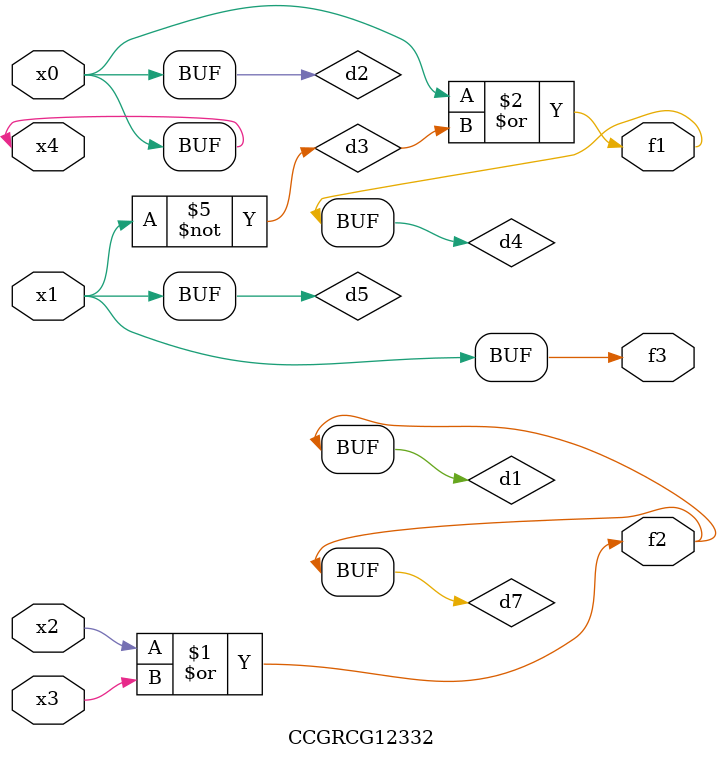
<source format=v>
module CCGRCG12332(
	input x0, x1, x2, x3, x4,
	output f1, f2, f3
);

	wire d1, d2, d3, d4, d5, d6, d7;

	or (d1, x2, x3);
	buf (d2, x0, x4);
	not (d3, x1);
	or (d4, d2, d3);
	not (d5, d3);
	nand (d6, d1, d3);
	or (d7, d1);
	assign f1 = d4;
	assign f2 = d7;
	assign f3 = d5;
endmodule

</source>
